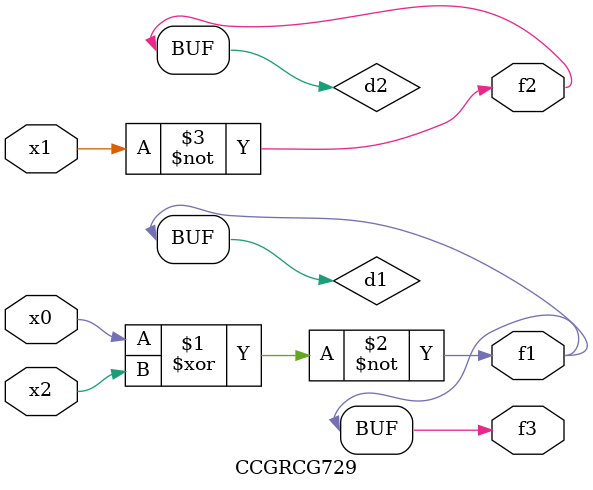
<source format=v>
module CCGRCG729(
	input x0, x1, x2,
	output f1, f2, f3
);

	wire d1, d2, d3;

	xnor (d1, x0, x2);
	nand (d2, x1);
	nor (d3, x1, x2);
	assign f1 = d1;
	assign f2 = d2;
	assign f3 = d1;
endmodule

</source>
